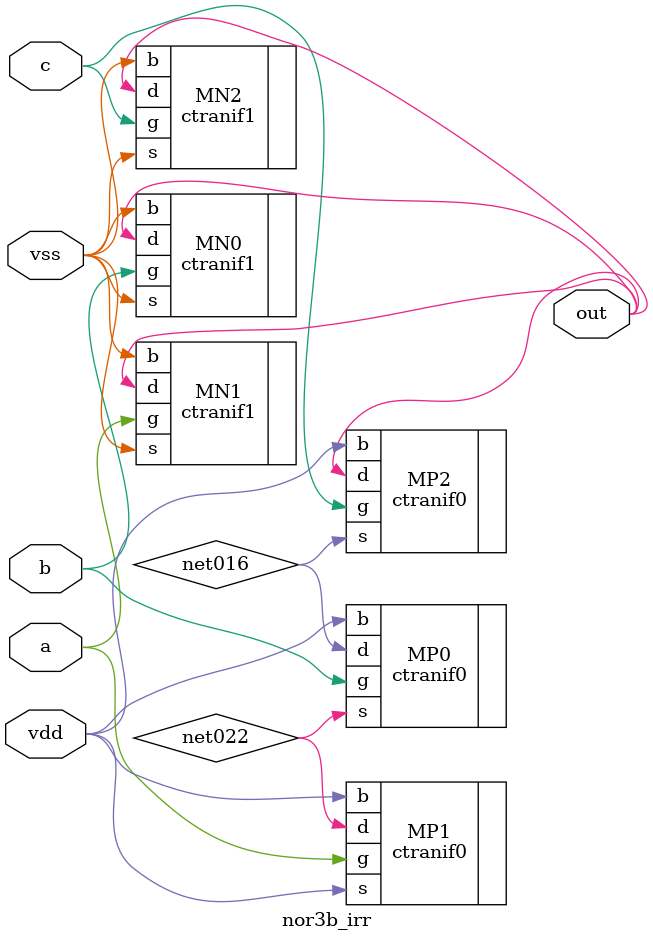
<source format=sv>

`timescale 1ns / 1ns 

module nor3b_irr ( out, a, b, c, vdd, vss );

output  out;

input  a, b, c, vdd, vss;


specify 
    specparam CDS_LIBNAME  = "MIPS25";
    specparam CDS_CELLNAME = "nor3b_irr";
    specparam CDS_VIEWNAME = "schematic";
endspecify

ctranif1  MN2 ( .b(vss), .d(out), .g(c), .s(vss));
ctranif1  MN0 ( .b(vss), .d(out), .g(b), .s(vss));
ctranif1  MN1 ( .b(vss), .d(out), .g(a), .s(vss));
ctranif0  MP2 ( .b(vdd), .s(net016), .g(c), .d(out));
ctranif0  MP0 ( .b(vdd), .s(net022), .g(b), .d(net016));
ctranif0  MP1 ( .b(vdd), .s(vdd), .g(a), .d(net022));

endmodule

</source>
